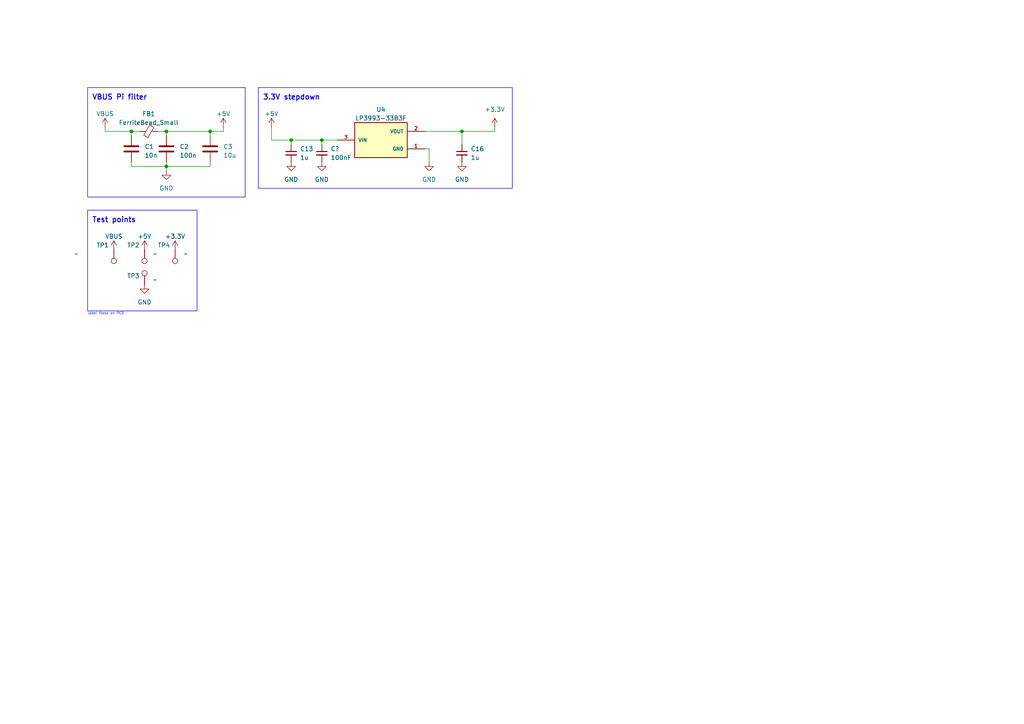
<source format=kicad_sch>
(kicad_sch (version 20230121) (generator eeschema)
  (paper "A4")
  (lib_symbols
    (symbol "+3.3V_1" (power) (pin_names (offset 0))
      (property "Value" "+3.3V_1" (at 0 3.556 0))
      (symbol "+3.3V_1_0_1"
        (polyline (pts (xy -0.762 1.27) (xy 0 2.54)))
        (polyline (pts (xy 0 0) (xy 0 2.54)))
        (polyline (pts (xy 0 2.54) (xy 0.762 1.27)))
      )
      (symbol "+3.3V_1_1_1"
        (pin power_in line (at 0 0 90) (length 0) hide (name "+3.3V") (number "1"))
      )
    )
    (symbol "AP2210N-3.3TRG1:AP2210N-3.3TRG1" (pin_names (offset 1.016))
      (property "Reference" "U" (at -7.3776 5.3424 0))
      (property "Value" "AP2210N-3.3TRG1" (at -7.3722 -6.8637 0))
      (symbol "AP2210N-3.3TRG1_0_0"
        (rectangle (start -7.62 -5.08) (end 7.62 5.08) (stroke (width 0.254)) (fill (type background)))
        (pin power_in line (at 12.7 -2.54 180) (length 5.08) (name "GND") (number "1"))
        (pin output line (at 12.7 2.54 180) (length 5.08) (name "VOUT") (number "2"))
        (pin input line (at -12.7 0 0) (length 5.08) (name "VIN") (number "3"))
      )
    )
    (symbol "Connector:TestPoint" (pin_numbers hide) (pin_names (offset 0.762) hide)
      (property "Reference" "TP" (at 0 6.858 0))
      (property "Value" "TestPoint" (at 0 5.08 0))
      (symbol "TestPoint_0_1"
        (circle (center 0 3.302) (radius 0.762))
      )
      (symbol "TestPoint_1_1"
        (pin passive line (at 0 0 90) (length 2.54) (name "1") (number "1"))
      )
    )
    (symbol "Device:C" (pin_numbers hide) (pin_names (offset 0.254))
      (property "Reference" "C" (at 0.635 2.54 0))
      (property "Value" "C" (at 0.635 -2.54 0))
      (symbol "C_0_1"
        (polyline (pts (xy -2.032 -0.762) (xy 2.032 -0.762)) (stroke (width 0.508)))
        (polyline (pts (xy -2.032 0.762) (xy 2.032 0.762)) (stroke (width 0.508)))
      )
      (symbol "C_1_1"
        (pin passive line (at 0 3.81 270) (length 2.794) (name "~") (number "1"))
        (pin passive line (at 0 -3.81 90) (length 2.794) (name "~") (number "2"))
      )
    )
    (symbol "Device:C_Small" (pin_numbers hide) (pin_names (offset 0.254) hide)
      (property "Reference" "C" (at 0.254 1.778 0))
      (property "Value" "C_Small" (at 0.254 -2.032 0))
      (symbol "C_Small_0_1"
        (polyline (pts (xy -1.524 -0.508) (xy 1.524 -0.508)) (stroke (width 0.3302)))
        (polyline (pts (xy -1.524 0.508) (xy 1.524 0.508)) (stroke (width 0.3048)))
      )
      (symbol "C_Small_1_1"
        (pin passive line (at 0 2.54 270) (length 2.032) (name "~") (number "1"))
        (pin passive line (at 0 -2.54 90) (length 2.032) (name "~") (number "2"))
      )
    )
    (symbol "Device:FerriteBead_Small" (pin_numbers hide) (pin_names (offset 0))
      (property "Reference" "FB" (at 1.905 1.27 0))
      (property "Value" "FerriteBead_Small" (at 1.905 -1.27 0))
      (symbol "FerriteBead_Small_0_1"
        (polyline (pts (xy 0 -1.27) (xy 0 -0.7874)))
        (polyline (pts (xy 0 0.889) (xy 0 1.2954)))
        (polyline (pts (xy -1.8288 0.2794) (xy -1.1176 1.4986) (xy 1.8288 -0.2032) (xy 1.1176 -1.4224) (xy -1.8288 0.2794)))
      )
      (symbol "FerriteBead_Small_1_1"
        (pin passive line (at 0 2.54 270) (length 1.27) (name "~") (number "1"))
        (pin passive line (at 0 -2.54 90) (length 1.27) (name "~") (number "2"))
      )
    )
    (symbol "GND_1" (power) (pin_names (offset 0))
      (property "Value" "GND_1" (at 0 -3.81 0))
      (symbol "GND_1_0_1"
        (polyline (pts (xy 0 0) (xy 0 -1.27) (xy 1.27 -1.27) (xy 0 -2.54) (xy -1.27 -1.27) (xy 0 -1.27)))
      )
      (symbol "GND_1_1_1"
        (pin power_in line (at 0 0 270) (length 0) hide (name "GND") (number "1"))
      )
    )
    (symbol "GND_2" (power) (pin_names (offset 0))
      (property "Value" "GND_2" (at 0 -3.81 0))
      (symbol "GND_2_0_1"
        (polyline (pts (xy 0 0) (xy 0 -1.27) (xy 1.27 -1.27) (xy 0 -2.54) (xy -1.27 -1.27) (xy 0 -1.27)))
      )
      (symbol "GND_2_1_1"
        (pin power_in line (at 0 0 270) (length 0) hide (name "GND") (number "1"))
      )
    )
    (symbol "power:+3.3V" (power) (pin_names (offset 0))
      (property "Value" "+3.3V" (at 0 3.556 0))
      (symbol "+3.3V_0_1"
        (polyline (pts (xy -0.762 1.27) (xy 0 2.54)))
        (polyline (pts (xy 0 0) (xy 0 2.54)))
        (polyline (pts (xy 0 2.54) (xy 0.762 1.27)))
      )
      (symbol "+3.3V_1_1"
        (pin power_in line (at 0 0 90) (length 0) hide (name "+3.3V") (number "1"))
      )
    )
    (symbol "power:+5V" (power) (pin_names (offset 0))
      (property "Value" "+5V" (at 0 3.556 0))
      (symbol "+5V_0_1"
        (polyline (pts (xy -0.762 1.27) (xy 0 2.54)))
        (polyline (pts (xy 0 0) (xy 0 2.54)))
        (polyline (pts (xy 0 2.54) (xy 0.762 1.27)))
      )
      (symbol "+5V_1_1"
        (pin power_in line (at 0 0 90) (length 0) hide (name "+5V") (number "1"))
      )
    )
    (symbol "power:GND" (power) (pin_names (offset 0))
      (property "Value" "GND" (at 0 -3.81 0))
      (symbol "GND_0_1"
        (polyline (pts (xy 0 0) (xy 0 -1.27) (xy 1.27 -1.27) (xy 0 -2.54) (xy -1.27 -1.27) (xy 0 -1.27)))
      )
      (symbol "GND_1_1"
        (pin power_in line (at 0 0 270) (length 0) hide (name "GND") (number "1"))
      )
    )
    (symbol "power:VBUS" (power) (pin_names (offset 0))
      (property "Value" "VBUS" (at 0 3.81 0))
      (symbol "VBUS_0_1"
        (polyline (pts (xy -0.762 1.27) (xy 0 2.54)))
        (polyline (pts (xy 0 0) (xy 0 2.54)))
        (polyline (pts (xy 0 2.54) (xy 0.762 1.27)))
      )
      (symbol "VBUS_1_1"
        (pin power_in line (at 0 0 90) (length 0) hide (name "VBUS") (number "1"))
      )
    )
  )
  (junction (at 48.26 38.1))
  (junction (at 84.455 40.64))
  (junction (at 48.26 48.26))
  (junction (at 133.985 38.1))
  (junction (at 60.96 38.1))
  (junction (at 93.345 40.64))
  (junction (at 38.1 38.1))
  (polyline (pts (xy 74.93 54.61) (xy 148.59 54.61)))
  (wire (pts (xy 48.26 38.1) (xy 48.26 39.37)))
  (polyline (pts (xy 148.59 54.61) (xy 148.59 25.4)))
  (wire (pts (xy 30.48 38.1) (xy 38.1 38.1)))
  (wire (pts (xy 38.1 38.1) (xy 40.64 38.1)))
  (wire (pts (xy 97.79 40.64) (xy 93.345 40.64)))
  (wire (pts (xy 60.96 46.99) (xy 60.96 48.26)))
  (wire (pts (xy 60.96 38.1) (xy 64.77 38.1)))
  (wire (pts (xy 30.48 36.83) (xy 30.48 38.1)))
  (wire (pts (xy 93.345 41.91) (xy 93.345 40.64)))
  (wire (pts (xy 123.19 38.1) (xy 133.985 38.1)))
  (wire (pts (xy 143.51 38.1) (xy 143.51 36.83)))
  (wire (pts (xy 123.19 43.18) (xy 124.46 43.18)))
  (wire (pts (xy 60.96 38.1) (xy 60.96 39.37)))
  (wire (pts (xy 124.46 43.18) (xy 124.46 46.99)))
  (wire (pts (xy 84.455 40.64) (xy 84.455 41.91)))
  (wire (pts (xy 64.77 38.1) (xy 64.77 36.83)))
  (wire (pts (xy 48.26 46.99) (xy 48.26 48.26)))
  (wire (pts (xy 38.1 38.1) (xy 38.1 39.37)))
  (wire (pts (xy 133.985 38.1) (xy 133.985 41.91)))
  (wire (pts (xy 48.26 48.26) (xy 48.26 49.53)))
  (polyline (pts (xy 74.93 25.4) (xy 148.59 25.4)))
  (wire (pts (xy 84.455 40.64) (xy 93.345 40.64)))
  (wire (pts (xy 78.74 40.64) (xy 84.455 40.64)))
  (wire (pts (xy 60.96 48.26) (xy 48.26 48.26)))
  (wire (pts (xy 133.985 38.1) (xy 143.51 38.1)))
  (wire (pts (xy 78.74 36.83) (xy 78.74 40.64)))
  (wire (pts (xy 38.1 46.99) (xy 38.1 48.26)))
  (wire (pts (xy 38.1 48.26) (xy 48.26 48.26)))
  (polyline (pts (xy 74.93 25.4) (xy 74.93 54.61)))
  (wire (pts (xy 48.26 38.1) (xy 60.96 38.1)))
  (wire (pts (xy 45.72 38.1) (xy 48.26 38.1)))
  (rectangle (start 25.4 25.4) (end 71.12 57.15))
  (rectangle (start 25.4 60.96) (end 57.15 90.17))
  (text "VBUS Pi filter" (at 26.67 29.21 0) (effects (font (size 1.5 1.5) (thickness 0.254) bold) (justify left bottom)))
  (text "Test points" (at 26.67 64.77 0) (effects (font (size 1.5 1.5) (thickness 0.254) bold) (justify left bottom)))
  (text "3.3V stepdown" (at 76.2 29.21 0) (effects (font (size 1.5 1.5) (thickness 0.254) bold) (justify left bottom)))
  (text "label these on PCB" (at 25.4 91.44 0) (effects (font (size 0.7 0.7) italic) (justify left bottom)))
  (symbol (lib_id "Connector:TestPoint") (at 33.02 72.39 180) (unit 1)
    (property "Reference" "TP1" (at 27.94 71.12 0) (effects (justify right)))
    (property "Value" "~" (at 21.59 73.66 0) (effects (justify right)))
    (property "Footprint" "TestPoint:TestPoint_Pad_D2.0mm" (effects hide))
  )
  (symbol (lib_id "power:VBUS") (at 30.48 36.83 0) (unit 1)
    (property "Reference" "#PWR01" (effects hide))
    (property "Value" "VBUS" (at 30.48 33.02 0))
  )
  (symbol (lib_id "power:+5V") (at 78.74 36.83 0) (unit 1)
    (property "Reference" "#PWR08" (effects hide))
    (property "Value" "+5V" (at 78.74 33.02 0))
  )
  (symbol (lib_id "power:+5V") (at 41.91 72.39 0) (unit 1)
    (property "Reference" "#PWR03" (effects hide))
    (property "Value" "+5V" (at 41.91 68.58 0))
  )
  (symbol (lib_name "GND_2") (lib_id "power:GND") (at 48.26 49.53 0) (unit 1)
    (property "Reference" "#PWR05" (effects hide))
    (property "Value" "GND" (at 48.26 54.61 0))
  )
  (symbol (lib_id "Connector:TestPoint") (at 41.91 82.55 0) (unit 1)
    (property "Reference" "TP3" (at 36.83 80.01 0) (effects (justify left)))
    (property "Value" "~" (at 44.45 81.153 0) (effects (justify left)))
    (property "Footprint" "TestPoint:TestPoint_Pad_D2.0mm" (effects hide))
  )
  (symbol (lib_id "Device:C") (at 38.1 43.18 0) (unit 1)
    (property "Reference" "C1" (at 41.91 42.545 0) (effects (justify left)))
    (property "Value" "10n" (at 41.91 45.085 0) (effects (justify left)))
  )
  (symbol (lib_id "Device:C_Small") (at 93.345 44.45 0) (unit 1)
    (property "Reference" "C?" (at 95.885 43.18 0) (effects (justify left)))
    (property "Value" "100nF" (at 95.885 45.72 0) (effects (justify left)))
    (property "Footprint" "Capacitor_SMD:C_0603_1608Metric" (effects hide))
    (instances (project "neptune" (path "" (reference "C?") (unit 1)) (path "" (reference "C4") (unit 1)) (path "" (reference "C6") (unit 1))) (project "keyboard" (path "" (reference "C5") (unit 1))))
  )
  (symbol (lib_name "+3.3V_1") (lib_id "power:+3.3V") (at 143.51 36.83 0) (mirror y) (unit 1)
    (property "Reference" "#PWR030" (effects hide))
    (property "Value" "+3.3V" (at 143.51 31.75 0))
    (instances (project "neptune" (path "" (reference "#PWR030") (unit 1))) (project "keyboard" (path "" (reference "#PWR033") (unit 1))))
  )
  (symbol (lib_id "Device:C") (at 60.96 43.18 0) (unit 1)
    (property "Reference" "C3" (at 64.77 42.545 0) (effects (justify left)))
    (property "Value" "10u" (at 64.77 45.085 0) (effects (justify left)))
  )
  (symbol (lib_id "power:GND") (at 133.985 46.99 0) (mirror y) (unit 1)
    (property "Reference" "#PWR028" (effects hide))
    (property "Value" "GND" (at 133.985 52.07 0))
    (instances (project "neptune" (path "" (reference "#PWR028") (unit 1))) (project "keyboard" (path "" (reference "#PWR032") (unit 1))))
  )
  (symbol (lib_id "power:+5V") (at 64.77 36.83 0) (unit 1)
    (property "Reference" "#PWR07" (effects hide))
    (property "Value" "+5V" (at 64.77 33.02 0))
  )
  (symbol (lib_id "Device:C_Small") (at 133.985 44.45 0) (mirror y) (unit 1)
    (property "Reference" "C16" (at 136.525 43.1862 0) (effects (justify right)))
    (property "Value" "1u" (at 136.525 45.7262 0) (effects (justify right)))
    (property "Footprint" "Capacitor_SMD:C_0402_1005Metric" (effects hide))
  )
  (symbol (lib_id "power:GND") (at 124.46 46.99 0) (unit 1)
    (property "Reference" "#PWR027" (effects hide))
    (property "Value" "GND" (at 124.46 52.07 0))
    (instances (project "neptune" (path "" (reference "#PWR027") (unit 1))) (project "keyboard" (path "" (reference "#PWR031") (unit 1))))
  )
  (symbol (lib_id "power:+3.3V") (at 50.8 72.39 0) (unit 1)
    (property "Reference" "#PWR06" (effects hide))
    (property "Value" "+3.3V" (at 50.8 68.58 0))
  )
  (symbol (lib_id "Device:C_Small") (at 84.455 44.45 0) (mirror y) (unit 1)
    (property "Reference" "C13" (at 86.995 43.1862 0) (effects (justify right)))
    (property "Value" "1u" (at 86.995 45.7262 0) (effects (justify right)))
    (property "Footprint" "Capacitor_SMD:C_0402_1005Metric" (effects hide))
    (instances (project "neptune" (path "" (reference "C13") (unit 1))) (project "keyboard" (path "" (reference "C4") (unit 1))))
  )
  (symbol (lib_id "AP2210N-3.3TRG1:AP2210N-3.3TRG1") (at 110.49 40.64 0) (unit 1)
    (property "Reference" "U4" (at 110.49 31.75 0))
    (property "Value" "LP3993-33B3F" (at 110.49 34.29 0))
    (property "Footprint" "Package_TO_SOT_SMD:SOT-23" (effects hide))
    (property "Datasheet" "https://jlcpcb.com/partdetail/Lowpower-LP399333B3F/C387705" (effects hide))
    (property "LCSC" "C387705" (effects hide))
    (instances (project "neptune" (path "" (reference "U4") (unit 1))) (project "keyboard" (path "" (reference "U1") (unit 1))))
  )
  (symbol (lib_id "power:VBUS") (at 33.02 72.39 0) (unit 1)
    (property "Reference" "#PWR02" (effects hide))
    (property "Value" "VBUS" (at 33.02 68.58 0))
  )
  (symbol (lib_id "Device:C") (at 48.26 43.18 0) (unit 1)
    (property "Reference" "C2" (at 52.07 42.545 0) (effects (justify left)))
    (property "Value" "100n" (at 52.07 45.085 0) (effects (justify left)))
  )
  (symbol (lib_id "Connector:TestPoint") (at 41.91 72.39 180) (unit 1)
    (property "Reference" "TP2" (at 36.83 71.12 0) (effects (justify right)))
    (property "Value" "~" (at 44.45 73.66 0) (effects (justify right)))
    (property "Footprint" "TestPoint:TestPoint_Pad_D2.0mm" (effects hide))
  )
  (symbol (lib_id "power:GND") (at 84.455 46.99 0) (mirror y) (unit 1)
    (property "Reference" "#PWR023" (effects hide))
    (property "Value" "GND" (at 84.455 52.07 0))
    (instances (project "neptune" (path "" (reference "#PWR023") (unit 1))) (project "keyboard" (path "" (reference "#PWR09") (unit 1))))
  )
  (symbol (lib_id "power:GND") (at 93.345 46.99 0) (mirror y) (unit 1)
    (property "Reference" "#PWR025" (effects hide))
    (property "Value" "GND" (at 93.345 52.07 0))
    (instances (project "neptune" (path "" (reference "#PWR025") (unit 1))) (project "keyboard" (path "" (reference "#PWR016") (unit 1))))
  )
  (symbol (lib_id "Connector:TestPoint") (at 50.8 72.39 180) (unit 1)
    (property "Reference" "TP4" (at 45.72 71.12 0) (effects (justify right)))
    (property "Value" "~" (at 53.34 73.66 0) (effects (justify right)))
    (property "Footprint" "TestPoint:TestPoint_Pad_D2.0mm" (effects hide))
  )
  (symbol (lib_id "Device:FerriteBead_Small") (at 43.18 38.1 90) (unit 1)
    (property "Reference" "FB1" (at 43.1419 33.02 90))
    (property "Value" "FerriteBead_Small" (at 43.1419 35.56 90))
    (property "Footprint" "Inductor_SMD:L_0201_0603Metric" (effects hide))
    (property "LCSC" "C80165" (effects hide))
  )
  (symbol (lib_name "GND_1") (lib_id "power:GND") (at 41.91 82.55 0) (unit 1)
    (property "Reference" "#PWR04" (effects hide))
    (property "Value" "GND" (at 41.91 87.63 0))
  )
)
</source>
